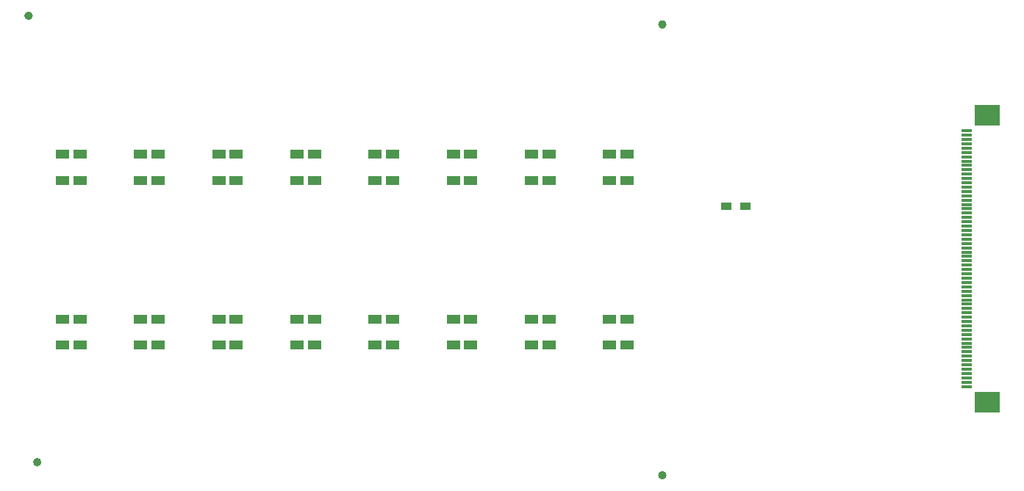
<source format=gtp>
G04 #@! TF.GenerationSoftware,KiCad,Pcbnew,(5.1.6-0-10_14)*
G04 #@! TF.CreationDate,2021-12-08T10:20:34+09:00*
G04 #@! TF.ProjectId,photo-dual,70686f74-6f2d-4647-9561-6c2e6b696361,rev?*
G04 #@! TF.SameCoordinates,Original*
G04 #@! TF.FileFunction,Paste,Top*
G04 #@! TF.FilePolarity,Positive*
%FSLAX46Y46*%
G04 Gerber Fmt 4.6, Leading zero omitted, Abs format (unit mm)*
G04 Created by KiCad (PCBNEW (5.1.6-0-10_14)) date 2021-12-08 10:20:34*
%MOMM*%
%LPD*%
G01*
G04 APERTURE LIST*
%ADD10C,0.475000*%
%ADD11R,1.200000X0.900000*%
%ADD12R,1.600000X1.000000*%
%ADD13R,1.250000X0.300000*%
%ADD14R,3.000000X2.400000*%
G04 APERTURE END LIST*
D10*
X167237500Y-126000000D02*
G75*
G03*
X167237500Y-126000000I-237500J0D01*
G01*
X95237500Y-124500000D02*
G75*
G03*
X95237500Y-124500000I-237500J0D01*
G01*
X94237500Y-73000000D02*
G75*
G03*
X94237500Y-73000000I-237500J0D01*
G01*
X167237500Y-74000000D02*
G75*
G03*
X167237500Y-74000000I-237500J0D01*
G01*
D11*
X176600000Y-95000000D03*
X174400000Y-95000000D03*
D12*
X162921211Y-89002066D03*
X162921211Y-92002066D03*
X108921211Y-111001633D03*
X108921211Y-108001633D03*
X162921211Y-108001633D03*
X162921211Y-111001633D03*
X160921211Y-111001633D03*
X160921211Y-108001633D03*
X153921211Y-108001633D03*
X153921211Y-111001633D03*
X151921211Y-111001633D03*
X151921211Y-108001633D03*
X144921211Y-108001633D03*
X144921211Y-111001633D03*
X142921211Y-111001633D03*
X142921211Y-108001633D03*
X135921211Y-108001633D03*
X135921211Y-111001633D03*
X117921211Y-111001633D03*
X117921211Y-108001633D03*
X106921211Y-108001633D03*
X106921211Y-111001633D03*
X115921211Y-108001633D03*
X115921211Y-111001633D03*
X126921211Y-111001633D03*
X126921211Y-108001633D03*
X124921211Y-108001633D03*
X124921211Y-111001633D03*
X99921211Y-111001633D03*
X99921211Y-108001633D03*
X133921211Y-111001633D03*
X133921211Y-108001633D03*
X97921211Y-108001633D03*
X97921211Y-111001633D03*
X160921211Y-92002066D03*
X160921211Y-89002066D03*
X99921211Y-92002066D03*
X99921211Y-89002066D03*
X135921211Y-89002066D03*
X135921211Y-92002066D03*
X115921211Y-89002066D03*
X115921211Y-92002066D03*
X117921211Y-92002066D03*
X117921211Y-89002066D03*
X142921211Y-92002066D03*
X142921211Y-89002066D03*
X106921211Y-89002066D03*
X106921211Y-92002066D03*
X124921211Y-89002066D03*
X124921211Y-92002066D03*
X133921211Y-92002066D03*
X133921211Y-89002066D03*
X126921211Y-92002066D03*
X126921211Y-89002066D03*
X153921211Y-89002066D03*
X153921211Y-92002066D03*
X144921211Y-89002066D03*
X144921211Y-92002066D03*
X151921211Y-92002066D03*
X151921211Y-89002066D03*
X97921211Y-89002066D03*
X97921211Y-92002066D03*
X108921211Y-92002066D03*
X108921211Y-89002066D03*
D13*
X202074000Y-115770000D03*
X202074000Y-115270000D03*
X202074000Y-114770000D03*
X202074000Y-114270000D03*
X202074000Y-113770000D03*
X202074000Y-113270000D03*
X202074000Y-112770000D03*
X202074000Y-112270000D03*
X202074000Y-111770000D03*
X202074000Y-111270000D03*
X202074000Y-110770000D03*
X202074000Y-110270000D03*
X202074000Y-109770000D03*
X202074000Y-109270000D03*
X202074000Y-108770000D03*
X202074000Y-108270000D03*
X202074000Y-107770000D03*
X202074000Y-107270000D03*
X202074000Y-106770000D03*
X202074000Y-106270000D03*
X202074000Y-105770000D03*
X202074000Y-105270000D03*
X202074000Y-104770000D03*
X202074000Y-104270000D03*
X202074000Y-103770000D03*
X202074000Y-103270000D03*
X202074000Y-102770000D03*
X202074000Y-102270000D03*
X202074000Y-101770000D03*
X202074000Y-101270000D03*
X202074000Y-100770000D03*
X202074000Y-100270000D03*
X202074000Y-99770000D03*
X202074000Y-99270000D03*
X202074000Y-98770000D03*
X202074000Y-98270000D03*
X202074000Y-97770000D03*
X202074000Y-97270000D03*
X202074000Y-96770000D03*
X202074000Y-96270000D03*
X202074000Y-95770000D03*
X202074000Y-95270000D03*
X202074000Y-94770000D03*
X202074000Y-94270000D03*
X202074000Y-93770000D03*
X202074000Y-93270000D03*
X202074000Y-92770000D03*
X202074000Y-92270000D03*
X202074000Y-91770000D03*
X202074000Y-91270000D03*
X202074000Y-90770000D03*
X202074000Y-90270000D03*
X202074000Y-89770000D03*
X202074000Y-89270000D03*
X202074000Y-88770000D03*
X202074000Y-88270000D03*
X202074000Y-87770000D03*
X202074000Y-87270000D03*
X202074000Y-86770000D03*
X202074000Y-86270000D03*
D14*
X204399000Y-117570000D03*
X204399000Y-84470000D03*
M02*

</source>
